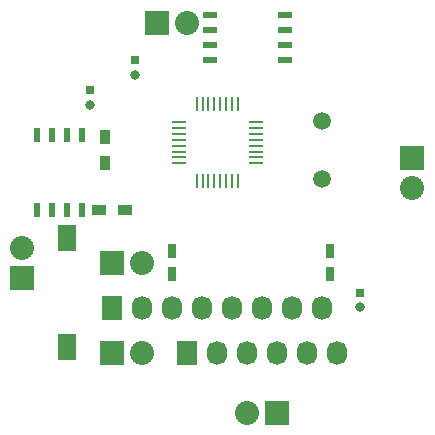
<source format=gbr>
G04 #@! TF.FileFunction,Soldermask,Top*
%FSLAX46Y46*%
G04 Gerber Fmt 4.6, Leading zero omitted, Abs format (unit mm)*
G04 Created by KiCad (PCBNEW 4.0.3+e1-6302~38~ubuntu16.04.1-stable) date Mon Aug 29 22:27:36 2016*
%MOMM*%
%LPD*%
G01*
G04 APERTURE LIST*
%ADD10C,0.100000*%
%ADD11C,1.501140*%
%ADD12R,0.750000X1.200000*%
%ADD13R,1.200000X0.280000*%
%ADD14R,0.280000X1.200000*%
%ADD15R,1.727200X2.032000*%
%ADD16O,1.727200X2.032000*%
%ADD17R,0.800000X0.800000*%
%ADD18O,0.800000X0.800000*%
%ADD19R,2.032000X2.032000*%
%ADD20O,2.032000X2.032000*%
%ADD21R,0.508000X1.143000*%
%ADD22R,1.143000X0.508000*%
%ADD23R,0.900000X1.200000*%
%ADD24R,1.200000X0.900000*%
%ADD25R,1.600000X2.180000*%
G04 APERTURE END LIST*
D10*
D11*
X88900000Y-80545940D03*
X88900000Y-75664060D03*
D12*
X76200000Y-88580000D03*
X76200000Y-86680000D03*
X89535000Y-88580000D03*
X89535000Y-86680000D03*
D13*
X83260000Y-79220000D03*
X83260000Y-78720000D03*
X83260000Y-78220000D03*
X83260000Y-77720000D03*
X83260000Y-77220000D03*
X83260000Y-76720000D03*
X83260000Y-76220000D03*
X83260000Y-75720000D03*
D14*
X81760000Y-74220000D03*
X81260000Y-74220000D03*
X80760000Y-74220000D03*
X80260000Y-74220000D03*
X79760000Y-74220000D03*
X79260000Y-74220000D03*
X78760000Y-74220000D03*
X78260000Y-74220000D03*
D13*
X76760000Y-75720000D03*
X76760000Y-76220000D03*
X76760000Y-76720000D03*
X76760000Y-77220000D03*
X76760000Y-77720000D03*
X76760000Y-78220000D03*
X76760000Y-78720000D03*
X76760000Y-79220000D03*
D14*
X78260000Y-80720000D03*
X78760000Y-80720000D03*
X79260000Y-80720000D03*
X79760000Y-80720000D03*
X80260000Y-80720000D03*
X80760000Y-80720000D03*
X81260000Y-80720000D03*
X81760000Y-80720000D03*
D15*
X71120000Y-91440000D03*
D16*
X73660000Y-91440000D03*
X76200000Y-91440000D03*
X78740000Y-91440000D03*
X81280000Y-91440000D03*
X83820000Y-91440000D03*
X86360000Y-91440000D03*
X88900000Y-91440000D03*
D15*
X77470000Y-95250000D03*
D16*
X80010000Y-95250000D03*
X82550000Y-95250000D03*
X85090000Y-95250000D03*
X87630000Y-95250000D03*
X90170000Y-95250000D03*
D17*
X73025000Y-70485000D03*
D18*
X73025000Y-71735000D03*
D17*
X69215000Y-73025000D03*
D18*
X69215000Y-74275000D03*
D19*
X63500000Y-88900000D03*
D20*
X63500000Y-86360000D03*
D19*
X74930000Y-67310000D03*
D20*
X77470000Y-67310000D03*
D19*
X96520000Y-78740000D03*
D20*
X96520000Y-81280000D03*
D19*
X85090000Y-100330000D03*
D20*
X82550000Y-100330000D03*
D19*
X71120000Y-87630000D03*
D20*
X73660000Y-87630000D03*
D19*
X71120000Y-95250000D03*
D20*
X73660000Y-95250000D03*
D21*
X68580000Y-83185000D03*
X67310000Y-83185000D03*
X66040000Y-83185000D03*
X64770000Y-83185000D03*
X64770000Y-76835000D03*
X66040000Y-76835000D03*
X67310000Y-76835000D03*
X68580000Y-76835000D03*
D22*
X79375000Y-70485000D03*
X79375000Y-69215000D03*
X79375000Y-67945000D03*
X79375000Y-66675000D03*
X85725000Y-66675000D03*
X85725000Y-67945000D03*
X85725000Y-69215000D03*
X85725000Y-70485000D03*
D23*
X70485000Y-79205000D03*
X70485000Y-77005000D03*
D24*
X72220000Y-83185000D03*
X70020000Y-83185000D03*
D17*
X92075000Y-90170000D03*
D18*
X92075000Y-91420000D03*
D25*
X67307680Y-94772430D03*
X67312320Y-85567570D03*
M02*

</source>
